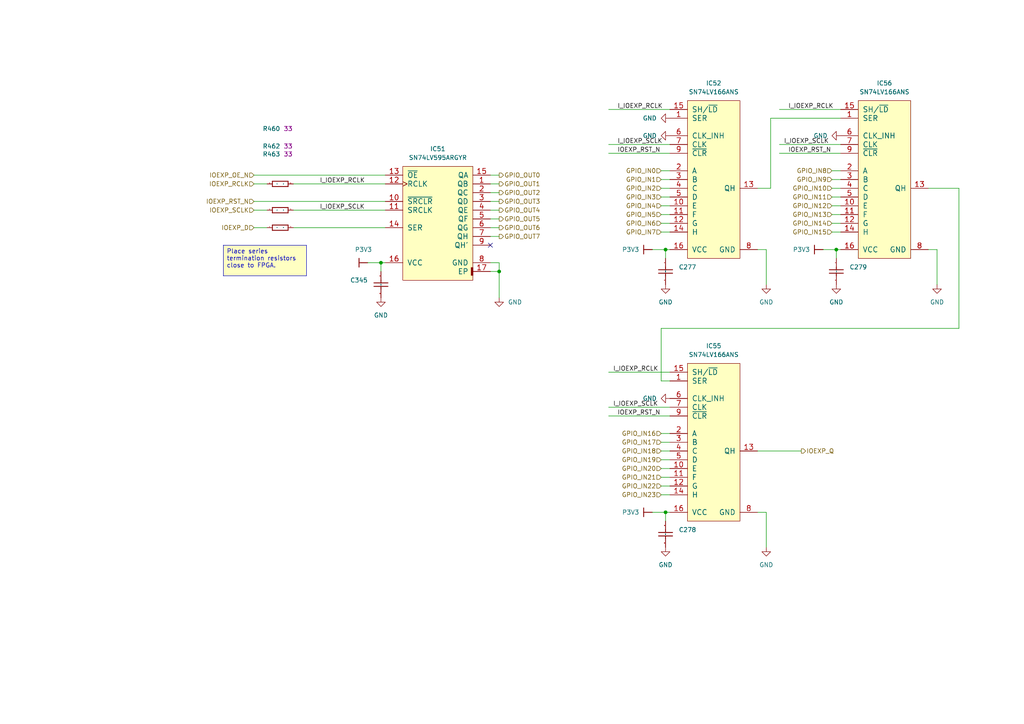
<source format=kicad_sch>
(kicad_sch (version 20250114) (generator "eeschema") (generator_version "9.0")
  (paper "A4")
  (title_block (title "\"Slow\" GPIO pins"))
  (lib_symbols
    (symbol "Capacitors SMD:CC0402_100NF_16V_10%_X7R" (pin_names (offset 1.27))
      (property "Reference" "C" (at 3.81 3.048 0))
      (property "Description" "100nF" (at 3.81 -3.048 0))
      (symbol "CC0402_100NF_16V_10%_X7R_0_1"
        (polyline (pts (xy 2.54 0) (xy 3.302 0)) (stroke (width 0.254)))
        (polyline (pts (xy 3.302 -2.032) (xy 3.302 2.032)) (stroke (width 0.254)))
        (polyline (pts (xy 4.318 2.032) (xy 4.318 -2.032)) (stroke (width 0.254)))
        (polyline (pts (xy 5.08 0) (xy 4.318 0)) (stroke (width 0.254)))
        (pin passive line (at 0 0 0) (length 2.54) (name "1") (number "1"))
        (pin passive line (at 7.62 0 180) (length 2.54) (name "2") (number "2"))
      )
    )
    (symbol "Resistors SMD:R0402_33R_1%_0.0625W_100PPM" (pin_names (offset 1.27))
      (property "Reference" "R" (at 3.81 1.778 0))
      (property "Description" "±1%" (at 3.81 0 0))
      (property "Val" "33" (at 3.81 -1.778 0))
      (symbol "R0402_33R_1%_0.0625W_100PPM_0_1"
        (polyline (pts (xy 1.524 0.762) (xy 1.524 -0.762)) (stroke (width 0.254)))
        (polyline (pts (xy 1.524 -0.762) (xy 6.096 -0.762)) (stroke (width 0.254)))
        (polyline (pts (xy 6.096 0.762) (xy 1.524 0.762)) (stroke (width 0.254)))
        (polyline (pts (xy 6.096 -0.762) (xy 6.096 0.762)) (stroke (width 0.254)))
        (pin passive line (at 0 0 0) (length 1.524) (name "1") (number "1"))
        (pin passive line (at 7.62 0 180) (length 1.524) (name "2") (number "2"))
      )
    )
    (symbol "Standard Logic:SN74LV166ANS" (pin_names (offset 1.27))
      (property "Reference" "IC" (at 7.62 1.27 0))
      (symbol "SN74LV166ANS_0_1"
        (rectangle (start 0 -45.72) (end 15.24 0) (fill (type background)))
        (pin input line (at -5.08 -2.54 0) (length 5.08) (name "SH/~{LD}") (number "15"))
        (pin input line (at -5.08 -5.08 0) (length 5.08) (name "SER") (number "1"))
        (pin input line (at -5.08 -10.16 0) (length 5.08) (name "CLK_INH") (number "6"))
        (pin input line (at -5.08 -12.7 0) (length 5.08) (name "CLK") (number "7"))
        (pin input line (at -5.08 -15.24 0) (length 5.08) (name "~{CLR}") (number "9"))
        (pin input line (at -5.08 -20.32 0) (length 5.08) (name "A") (number "2"))
        (pin input line (at -5.08 -22.86 0) (length 5.08) (name "B") (number "3"))
        (pin input line (at -5.08 -25.4 0) (length 5.08) (name "C") (number "4"))
        (pin input line (at -5.08 -27.94 0) (length 5.08) (name "D") (number "5"))
        (pin input line (at -5.08 -30.48 0) (length 5.08) (name "E") (number "10"))
        (pin input line (at -5.08 -33.02 0) (length 5.08) (name "F") (number "11"))
        (pin input line (at -5.08 -35.56 0) (length 5.08) (name "G") (number "12"))
        (pin input line (at -5.08 -38.1 0) (length 5.08) (name "H") (number "14"))
        (pin power_in line (at -5.08 -43.18 0) (length 5.08) (name "VCC") (number "16"))
        (pin output line (at 20.32 -25.4 180) (length 5.08) (name "QH") (number "13"))
        (pin power_in line (at 20.32 -43.18 180) (length 5.08) (name "GND") (number "8"))
      )
    )
    (symbol "Standard Logic:SN74LV595ARGYR" (pin_names (offset 1.27))
      (property "Reference" "IC" (at 10.16 1.27 0))
      (symbol "SN74LV595ARGYR_0_1"
        (rectangle (start 0 -33.02) (end 20.32 0) (fill (type background)))
        (rectangle (start 19.812 -31.623) (end 20.32 -29.337) (fill (type outline)))
        (pin input line (at -5.08 -2.54 0) (length 5.08) (name "~{OE}") (number "13"))
        (pin input clock (at -5.08 -5.08 0) (length 5.08) (name "RCLK") (number "12"))
        (pin input line (at -5.08 -10.16 0) (length 5.08) (name "~{SRCLR}") (number "10"))
        (pin input line (at -5.08 -12.7 0) (length 5.08) (name "SRCLK") (number "11"))
        (pin input line (at -5.08 -17.78 0) (length 5.08) (name "SER") (number "14"))
        (pin power_in line (at -5.08 -27.94 0) (length 5.08) (name "VCC") (number "16"))
        (pin tri_state line (at 25.4 -2.54 180) (length 5.08) (name "QA") (number "15"))
        (pin tri_state line (at 25.4 -5.08 180) (length 5.08) (name "QB") (number "1"))
        (pin tri_state line (at 25.4 -7.62 180) (length 5.08) (name "QC") (number "2"))
        (pin tri_state line (at 25.4 -10.16 180) (length 5.08) (name "QD") (number "3"))
        (pin tri_state line (at 25.4 -12.7 180) (length 5.08) (name "QE") (number "4"))
        (pin tri_state line (at 25.4 -15.24 180) (length 5.08) (name "QF") (number "5"))
        (pin tri_state line (at 25.4 -17.78 180) (length 5.08) (name "QG") (number "6"))
        (pin tri_state line (at 25.4 -20.32 180) (length 5.08) (name "QH") (number "7"))
        (pin output line (at 25.4 -22.86 180) (length 5.08) (name "QH'") (number "9"))
        (pin power_in line (at 25.4 -27.94 180) (length 5.08) (name "GND") (number "8"))
        (pin power_in line (at 25.4 -30.48 180) (length 5.08) (name "EP") (number "17"))
      )
    )
    (symbol "power:GND" (power) (pin_names (offset 0))
      (property "Value" "GND" (at 0 -3.81 0))
      (symbol "GND_0_1"
        (polyline (pts (xy 0 0) (xy 0 -1.27) (xy 1.27 -1.27) (xy 0 -2.54) (xy -1.27 -1.27) (xy 0 -1.27)))
      )
      (symbol "GND_1_1"
        (pin power_in line (at 0 0 270) (length 0) (hide yes) (name "GND") (number "1"))
      )
    )
    (symbol "vme-wren:P3V3" (power)
      (property "Value" "P3V3" (at 0 -3.81 0))
      (symbol "P3V3_0_0"
        (polyline (pts (xy -1.27 -2.54) (xy 1.27 -2.54)) (stroke (width 0.254)))
        (polyline (pts (xy 0 0) (xy 0 -2.54)) (stroke (width 0.254)))
        (pin power_in line (at 0 0 0) (length 0) (hide yes) (name "P3V3") (number ""))
      )
    )
  )
  (text_box "Place series termination resistors close to FPGA." (at 64.77 71.12 0) (size 24.13 8.89) (margins 0.9525 0.9525 0.9525 0.9525) (fill (type color) (color 255 255 194 1)) (effects (font (size 1.27 1.27)) (justify left top)))
  (junction (at 193.04 148.59))
  (junction (at 193.04 72.39))
  (junction (at 110.49 76.2))
  (junction (at 242.57 72.39))
  (junction (at 144.78 78.74))
  (no_connect (at 142.24 71.12))
  (wire (pts (xy 241.3 64.77) (xy 243.84 64.77)))
  (wire (pts (xy 219.71 72.39) (xy 222.25 72.39)))
  (wire (pts (xy 241.3 54.61) (xy 243.84 54.61)))
  (wire (pts (xy 85.09 60.96) (xy 111.76 60.96)))
  (wire (pts (xy 189.23 72.39) (xy 193.04 72.39)))
  (wire (pts (xy 142.24 76.2) (xy 144.78 76.2)))
  (wire (pts (xy 144.78 78.74) (xy 144.78 86.36)))
  (wire (pts (xy 241.3 52.07) (xy 243.84 52.07)))
  (wire (pts (xy 142.24 78.74) (xy 144.78 78.74)))
  (wire (pts (xy 278.13 54.61) (xy 269.24 54.61)))
  (wire (pts (xy 142.24 66.04) (xy 144.78 66.04)))
  (wire (pts (xy 142.24 68.58) (xy 144.78 68.58)))
  (wire (pts (xy 226.06 44.45) (xy 243.84 44.45)))
  (wire (pts (xy 242.57 72.39) (xy 242.57 74.93)))
  (wire (pts (xy 176.53 31.75) (xy 194.31 31.75)))
  (wire (pts (xy 176.53 120.65) (xy 194.31 120.65)))
  (wire (pts (xy 191.77 64.77) (xy 194.31 64.77)))
  (wire (pts (xy 73.66 53.34) (xy 77.47 53.34)))
  (wire (pts (xy 191.77 140.97) (xy 194.31 140.97)))
  (wire (pts (xy 193.04 148.59) (xy 193.04 151.13)))
  (wire (pts (xy 242.57 72.39) (xy 243.84 72.39)))
  (wire (pts (xy 194.31 110.49) (xy 191.77 110.49)))
  (wire (pts (xy 193.04 148.59) (xy 194.31 148.59)))
  (wire (pts (xy 222.25 148.59) (xy 222.25 158.75)))
  (wire (pts (xy 191.77 133.35) (xy 194.31 133.35)))
  (wire (pts (xy 191.77 52.07) (xy 194.31 52.07)))
  (wire (pts (xy 73.66 66.04) (xy 77.47 66.04)))
  (wire (pts (xy 142.24 60.96) (xy 144.78 60.96)))
  (wire (pts (xy 142.24 50.8) (xy 144.78 50.8)))
  (wire (pts (xy 73.66 58.42) (xy 111.76 58.42)))
  (wire (pts (xy 193.04 72.39) (xy 194.31 72.39)))
  (wire (pts (xy 191.77 128.27) (xy 194.31 128.27)))
  (wire (pts (xy 176.53 118.11) (xy 194.31 118.11)))
  (wire (pts (xy 142.24 58.42) (xy 144.78 58.42)))
  (wire (pts (xy 191.77 67.31) (xy 194.31 67.31)))
  (wire (pts (xy 278.13 95.25) (xy 278.13 54.61)))
  (wire (pts (xy 191.77 130.81) (xy 194.31 130.81)))
  (wire (pts (xy 226.06 31.75) (xy 243.84 31.75)))
  (wire (pts (xy 219.71 54.61) (xy 223.52 54.61)))
  (wire (pts (xy 110.49 76.2) (xy 111.76 76.2)))
  (wire (pts (xy 106.68 76.2) (xy 110.49 76.2)))
  (wire (pts (xy 191.77 54.61) (xy 194.31 54.61)))
  (wire (pts (xy 189.23 148.59) (xy 193.04 148.59)))
  (wire (pts (xy 219.71 130.81) (xy 232.41 130.81)))
  (wire (pts (xy 176.53 44.45) (xy 194.31 44.45)))
  (wire (pts (xy 144.78 76.2) (xy 144.78 78.74)))
  (wire (pts (xy 191.77 49.53) (xy 194.31 49.53)))
  (wire (pts (xy 191.77 59.69) (xy 194.31 59.69)))
  (wire (pts (xy 191.77 135.89) (xy 194.31 135.89)))
  (wire (pts (xy 176.53 41.91) (xy 194.31 41.91)))
  (wire (pts (xy 223.52 34.29) (xy 243.84 34.29)))
  (wire (pts (xy 271.78 72.39) (xy 271.78 82.55)))
  (wire (pts (xy 73.66 60.96) (xy 77.47 60.96)))
  (wire (pts (xy 191.77 138.43) (xy 194.31 138.43)))
  (wire (pts (xy 219.71 148.59) (xy 222.25 148.59)))
  (wire (pts (xy 241.3 59.69) (xy 243.84 59.69)))
  (wire (pts (xy 191.77 125.73) (xy 194.31 125.73)))
  (wire (pts (xy 142.24 55.88) (xy 144.78 55.88)))
  (wire (pts (xy 241.3 67.31) (xy 243.84 67.31)))
  (wire (pts (xy 241.3 49.53) (xy 243.84 49.53)))
  (wire (pts (xy 85.09 53.34) (xy 111.76 53.34)))
  (wire (pts (xy 223.52 54.61) (xy 223.52 34.29)))
  (wire (pts (xy 142.24 63.5) (xy 144.78 63.5)))
  (wire (pts (xy 193.04 72.39) (xy 193.04 74.93)))
  (wire (pts (xy 191.77 57.15) (xy 194.31 57.15)))
  (wire (pts (xy 191.77 95.25) (xy 278.13 95.25)))
  (wire (pts (xy 73.66 50.8) (xy 111.76 50.8)))
  (wire (pts (xy 222.25 72.39) (xy 222.25 82.55)))
  (wire (pts (xy 241.3 57.15) (xy 243.84 57.15)))
  (wire (pts (xy 110.49 76.2) (xy 110.49 78.74)))
  (wire (pts (xy 191.77 110.49) (xy 191.77 95.25)))
  (wire (pts (xy 142.24 53.34) (xy 144.78 53.34)))
  (wire (pts (xy 269.24 72.39) (xy 271.78 72.39)))
  (wire (pts (xy 238.76 72.39) (xy 242.57 72.39)))
  (wire (pts (xy 191.77 143.51) (xy 194.31 143.51)))
  (wire (pts (xy 191.77 62.23) (xy 194.31 62.23)))
  (wire (pts (xy 226.06 41.91) (xy 243.84 41.91)))
  (wire (pts (xy 241.3 62.23) (xy 243.84 62.23)))
  (wire (pts (xy 85.09 66.04) (xy 111.76 66.04)))
  (wire (pts (xy 176.53 107.95) (xy 194.31 107.95)))
  (label "I_IOEXP_RCLK" (at 92.71 53.34 0))
  (label "IOEXP_RST_N" (at 179.07 120.65 0))
  (label "I_IOEXP_RCLK" (at 179.07 31.75 0))
  (label "I_IOEXP_SCLK" (at 177.8 118.11 0))
  (label "I_IOEXP_RCLK" (at 228.6 31.75 0))
  (label "IOEXP_RST_N" (at 228.6 44.45 0))
  (label "I_IOEXP_SCLK" (at 179.07 41.91 0))
  (label "IOEXP_RST_N" (at 179.07 44.45 0))
  (label "I_IOEXP_SCLK" (at 92.71 60.96 0))
  (label "I_IOEXP_RCLK" (at 177.8 107.95 0))
  (label "I_IOEXP_SCLK" (at 227.33 41.91 0))
  (hierarchical_label "IOEXP_Q" (shape output) (at 232.41 130.81 0))
  (hierarchical_label "GPIO_OUT1" (shape output) (at 144.78 53.34 0))
  (hierarchical_label "GPIO_IN1" (shape input) (at 191.77 52.07 180))
  (hierarchical_label "GPIO_OUT5" (shape output) (at 144.78 63.5 0))
  (hierarchical_label "GPIO_OUT2" (shape output) (at 144.78 55.88 0))
  (hierarchical_label "IOEXP_SCLK" (shape input) (at 73.66 60.96 180))
  (hierarchical_label "GPIO_IN10" (shape input) (at 241.3 54.61 180))
  (hierarchical_label "GPIO_IN11" (shape input) (at 241.3 57.15 180))
  (hierarchical_label "IOEXP_D" (shape input) (at 73.66 66.04 180))
  (hierarchical_label "GPIO_IN13" (shape input) (at 241.3 62.23 180))
  (hierarchical_label "GPIO_IN16" (shape input) (at 191.77 125.73 180))
  (hierarchical_label "GPIO_OUT6" (shape output) (at 144.78 66.04 0))
  (hierarchical_label "GPIO_IN6" (shape input) (at 191.77 64.77 180))
  (hierarchical_label "GPIO_IN0" (shape input) (at 191.77 49.53 180))
  (hierarchical_label "GPIO_IN9" (shape input) (at 241.3 52.07 180))
  (hierarchical_label "GPIO_IN19" (shape input) (at 191.77 133.35 180))
  (hierarchical_label "GPIO_IN18" (shape input) (at 191.77 130.81 180))
  (hierarchical_label "GPIO_IN15" (shape input) (at 241.3 67.31 180))
  (hierarchical_label "GPIO_IN22" (shape input) (at 191.77 140.97 180))
  (hierarchical_label "GPIO_OUT7" (shape output) (at 144.78 68.58 0))
  (hierarchical_label "GPIO_IN3" (shape input) (at 191.77 57.15 180))
  (hierarchical_label "GPIO_IN7" (shape input) (at 191.77 67.31 180))
  (hierarchical_label "GPIO_OUT4" (shape output) (at 144.78 60.96 0))
  (hierarchical_label "GPIO_IN21" (shape input) (at 191.77 138.43 180))
  (hierarchical_label "GPIO_OUT0" (shape output) (at 144.78 50.8 0))
  (hierarchical_label "GPIO_IN4" (shape input) (at 191.77 59.69 180))
  (hierarchical_label "GPIO_IN12" (shape input) (at 241.3 59.69 180))
  (hierarchical_label "IOEXP_RCLK" (shape input) (at 73.66 53.34 180))
  (hierarchical_label "GPIO_IN2" (shape input) (at 191.77 54.61 180))
  (hierarchical_label "GPIO_IN20" (shape input) (at 191.77 135.89 180))
  (hierarchical_label "GPIO_IN8" (shape input) (at 241.3 49.53 180))
  (hierarchical_label "IOEXP_RST_N" (shape input) (at 73.66 58.42 180))
  (hierarchical_label "IOEXP_OE_N" (shape input) (at 73.66 50.8 180))
  (hierarchical_label "GPIO_OUT3" (shape output) (at 144.78 58.42 0))
  (hierarchical_label "GPIO_IN14" (shape input) (at 241.3 64.77 180))
  (hierarchical_label "GPIO_IN23" (shape input) (at 191.77 143.51 180))
  (hierarchical_label "GPIO_IN5" (shape input) (at 191.77 62.23 180))
  (hierarchical_label "GPIO_IN17" (shape input) (at 191.77 128.27 180))
  (symbol (lib_id "power:GND") (at 110.49 86.36 0) (unit 1)
    (property "Reference" "#PWR0537" (effects (hide yes)))
    (property "Value" "GND" (at 110.49 91.44 0))
    (property "Description" "GROUND power-flag symbol" (effects (hide yes)))
  )
  (symbol (lib_id "Resistors SMD:R0402_33R_1%_0.0625W_100PPM") (at 77.47 66.04 0) (unit 1)
    (property "Reference" "R463" (at 78.74 44.704 0))
    (property "Value" "R0402_33R_1%_0.0625W_100PPM" (effects (hide yes)))
    (property "Footprint" "Resistors SMD:RESC1005X40N" (effects (hide yes)))
    (property "Description" "±1%" (effects (hide yes)))
    (property "Val" "33" (at 83.566 44.704 0))
    (property "Part Number" "R0402_33R_1%_0.0625W_100PPM" (effects (hide yes)))
    (property "Library Ref" "Resistor - 1%" (effects (hide yes)))
    (property "Library Path" "SchLib\\Resistors.SchLib" (effects (hide yes)))
    (property "Comment" "33" (effects (hide yes)))
    (property "Component Kind" "Standard" (effects (hide yes)))
    (property "Component Type" "Standard" (effects (hide yes)))
    (property "PackageDescription" " " (effects (hide yes)))
    (property "Pin Count" "2" (effects (hide yes)))
    (property "Footprint Path" "PcbLib\\Resistors SMD.PcbLib" (effects (hide yes)))
    (property "Footprint Ref" "RESC1005X40N" (effects (hide yes)))
    (property "Status" "Not Recommended" (effects (hide yes)))
    (property "Power" "0.0625W" (effects (hide yes)))
    (property "Voltage" " " (effects (hide yes)))
    (property "Tolerance" "±1%" (effects (hide yes)))
    (property "Part Description" "General Purpose Thick Film Chip Resistor" (effects (hide yes)))
    (property "Manufacturer" "GENERIC" (effects (hide yes)))
    (property "Manufacturer Part Number" "R0402_33R_1%_0.0625W_100PPM" (effects (hide yes)))
    (property "Case" "0402" (effects (hide yes)))
    (property "PressFit" "No" (effects (hide yes)))
    (property "Mounted" "Yes" (effects (hide yes)))
    (property "Sense Comment" " " (effects (hide yes)))
    (property "Sense" "No" (effects (hide yes)))
    (property "Status Comment" " " (effects (hide yes)))
    (property "Socket" "No" (effects (hide yes)))
    (property "SMD" "Yes" (effects (hide yes)))
    (property "ComponentHeight" " " (effects (hide yes)))
    (property "Manufacturer1 Example" "YAGEO PHYCOMP" (effects (hide yes)))
    (property "Manufacturer1 Part Number" "232270673309L" (effects (hide yes)))
    (property "Manufacturer1 ComponentHeight" "0.4mm" (effects (hide yes)))
    (property "Author" "CERN DEM JLC" (effects (hide yes)))
    (property "CreateDate" "12/03/07 00:00:00" (effects (hide yes)))
    (property "LatestRevisionDate" "10/17/12 00:00:00" (effects (hide yes)))
    (property "Database Table Name" "Resistors" (effects (hide yes)))
    (property "Library Name" "Resistors SMD" (effects (hide yes)))
    (property "Footprint Library" "Resistors SMD" (effects (hide yes)))
    (property "License" "CC-BY-SA 4.0" (effects (hide yes)))
  )
  (symbol (lib_id "vme-wren:P3V3") (at 106.68 76.2 270) (unit 1)
    (property "Reference" "#PWR0536" (effects (hide yes)))
    (property "Value" "P3V3" (at 105.41 72.39 90))
  )
  (symbol (lib_id "Capacitors SMD:CC0402_100NF_16V_10%_X7R") (at 193.04 74.93 270) (unit 1)
    (property "Reference" "C277" (at 196.85 77.4699 90) (effects (justify left)))
    (property "Value" "CC0402_100NF_16V_10%_X7R" (effects (hide yes)))
    (property "Footprint" "Capacitors SMD:CAPC1005X55N" (effects (hide yes)))
    (property "Description" "100nF" (effects (hide yes)))
    (property "SMD" "Yes" (effects (hide yes)))
    (property "Part Number" "CC0402_100NF_16V_10%_X7R" (effects (hide yes)))
    (property "Library Ref" "Capacitor - non polarized" (effects (hide yes)))
    (property "Library Path" "SchLib\\Capacitors.SchLib" (effects (hide yes)))
    (property "Comment" "100nF" (effects (hide yes)))
    (property "Component Kind" "Standard" (effects (hide yes)))
    (property "Component Type" "Standard" (effects (hide yes)))
    (property "Pin Count" "2" (effects (hide yes)))
    (property "Footprint Path" "PcbLib\\Capacitors SMD.PcbLib" (effects (hide yes)))
    (property "Footprint Ref" "CAPC1005X55N" (effects (hide yes)))
    (property "PackageDescription" " " (effects (hide yes)))
    (property "Status" "Not Recommended" (effects (hide yes)))
    (property "Status Comment" " " (effects (hide yes)))
    (property "Voltage" "16V" (effects (hide yes)))
    (property "Tolerance" "±10%" (effects (hide yes)))
    (property "Part Description" "SMD Multilayer Chip Ceramic Capacitor" (effects (hide yes)))
    (property "Manufacturer" "GENERIC" (effects (hide yes)))
    (property "Manufacturer Part Number" "CC0402_100NF_16V_10%_X7R" (effects (hide yes)))
    (property "Case" "0402" (effects (hide yes)))
    (property "Mounted" "Yes" (effects (hide yes)))
    (property "Socket" "No" (effects (hide yes)))
    (property "PressFit" " " (effects (hide yes)))
    (property "Sense" "No" (effects (hide yes)))
    (property "Sense Comment" " " (effects (hide yes)))
    (property "ComponentHeight" " " (effects (hide yes)))
    (property "Manufacturer1 Example" "MURATA" (effects (hide yes)))
    (property "Manufacturer1 Part Number" "GRM155R71C104KA88D" (effects (hide yes)))
    (property "Manufacturer1 ComponentHeight" "0.55mm" (effects (hide yes)))
    (property "Author" "CERN DEM JLC" (effects (hide yes)))
    (property "CreateDate" "12/05/13 00:00:00" (effects (hide yes)))
    (property "LatestRevisionDate" "12/03/07 00:00:00" (effects (hide yes)))
    (property "Database Table Name" "Capacitors" (effects (hide yes)))
    (property "Library Name" "Capacitors SMD" (effects (hide yes)))
    (property "Footprint Library" "Capacitors SMD" (effects (hide yes)))
    (property "License" "CC-BY-SA 4.0" (effects (hide yes)))
  )
  (symbol (lib_id "Resistors SMD:R0402_33R_1%_0.0625W_100PPM") (at 77.47 60.96 0) (unit 1)
    (property "Reference" "R462" (at 78.74 42.418 0))
    (property "Value" "R0402_33R_1%_0.0625W_100PPM" (effects (hide yes)))
    (property "Footprint" "Resistors SMD:RESC1005X40N" (effects (hide yes)))
    (property "Description" "±1%" (effects (hide yes)))
    (property "Val" "33" (at 83.566 42.418 0))
    (property "Part Number" "R0402_33R_1%_0.0625W_100PPM" (effects (hide yes)))
    (property "Library Ref" "Resistor - 1%" (effects (hide yes)))
    (property "Library Path" "SchLib\\Resistors.SchLib" (effects (hide yes)))
    (property "Comment" "33" (effects (hide yes)))
    (property "Component Kind" "Standard" (effects (hide yes)))
    (property "Component Type" "Standard" (effects (hide yes)))
    (property "PackageDescription" " " (effects (hide yes)))
    (property "Pin Count" "2" (effects (hide yes)))
    (property "Footprint Path" "PcbLib\\Resistors SMD.PcbLib" (effects (hide yes)))
    (property "Footprint Ref" "RESC1005X40N" (effects (hide yes)))
    (property "Status" "Not Recommended" (effects (hide yes)))
    (property "Power" "0.0625W" (effects (hide yes)))
    (property "Voltage" " " (effects (hide yes)))
    (property "Tolerance" "±1%" (effects (hide yes)))
    (property "Part Description" "General Purpose Thick Film Chip Resistor" (effects (hide yes)))
    (property "Manufacturer" "GENERIC" (effects (hide yes)))
    (property "Manufacturer Part Number" "R0402_33R_1%_0.0625W_100PPM" (effects (hide yes)))
    (property "Case" "0402" (effects (hide yes)))
    (property "PressFit" "No" (effects (hide yes)))
    (property "Mounted" "Yes" (effects (hide yes)))
    (property "Sense Comment" " " (effects (hide yes)))
    (property "Sense" "No" (effects (hide yes)))
    (property "Status Comment" " " (effects (hide yes)))
    (property "Socket" "No" (effects (hide yes)))
    (property "SMD" "Yes" (effects (hide yes)))
    (property "ComponentHeight" " " (effects (hide yes)))
    (property "Manufacturer1 Example" "YAGEO PHYCOMP" (effects (hide yes)))
    (property "Manufacturer1 Part Number" "232270673309L" (effects (hide yes)))
    (property "Manufacturer1 ComponentHeight" "0.4mm" (effects (hide yes)))
    (property "Author" "CERN DEM JLC" (effects (hide yes)))
    (property "CreateDate" "12/03/07 00:00:00" (effects (hide yes)))
    (property "LatestRevisionDate" "10/17/12 00:00:00" (effects (hide yes)))
    (property "Database Table Name" "Resistors" (effects (hide yes)))
    (property "Library Name" "Resistors SMD" (effects (hide yes)))
    (property "Footprint Library" "Resistors SMD" (effects (hide yes)))
    (property "License" "CC-BY-SA 4.0" (effects (hide yes)))
  )
  (symbol (lib_id "power:GND") (at 144.78 86.36 0) (unit 1)
    (property "Reference" "#PWR0538" (effects (hide yes)))
    (property "Value" "GND" (at 147.32 87.6299 0) (effects (justify left)))
    (property "Description" "GROUND power-flag symbol" (effects (hide yes)))
  )
  (symbol (lib_id "power:GND") (at 193.04 158.75 0) (unit 1)
    (property "Reference" "#PWR01036" (effects (hide yes)))
    (property "Value" "GND" (at 193.04 163.83 0))
    (property "Description" "GROUND power-flag symbol" (effects (hide yes)))
  )
  (symbol (lib_id "power:GND") (at 222.25 158.75 0) (unit 1)
    (property "Reference" "#PWR01041" (effects (hide yes)))
    (property "Value" "GND" (at 222.25 163.83 0))
    (property "Description" "GROUND power-flag symbol" (effects (hide yes)))
  )
  (symbol (lib_id "vme-wren:P3V3") (at 189.23 148.59 270) (unit 1)
    (property "Reference" "#PWR01035" (effects (hide yes)))
    (property "Value" "P3V3" (at 185.42 148.5899 90) (effects (justify right)))
  )
  (symbol (lib_id "power:GND") (at 243.84 39.37 270) (unit 1)
    (property "Reference" "#PWR01126" (effects (hide yes)))
    (property "Value" "GND" (at 240.03 39.3699 90) (effects (justify right)))
    (property "Description" "GROUND power-flag symbol" (effects (hide yes)))
  )
  (symbol (lib_id "Capacitors SMD:CC0402_100NF_16V_10%_X7R") (at 193.04 151.13 270) (unit 1)
    (property "Reference" "C278" (at 196.85 153.6699 90) (effects (justify left)))
    (property "Value" "CC0402_100NF_16V_10%_X7R" (effects (hide yes)))
    (property "Footprint" "Capacitors SMD:CAPC1005X55N" (effects (hide yes)))
    (property "Description" "100nF" (effects (hide yes)))
    (property "SMD" "Yes" (effects (hide yes)))
    (property "Part Number" "CC0402_100NF_16V_10%_X7R" (effects (hide yes)))
    (property "Library Ref" "Capacitor - non polarized" (effects (hide yes)))
    (property "Library Path" "SchLib\\Capacitors.SchLib" (effects (hide yes)))
    (property "Comment" "100nF" (effects (hide yes)))
    (property "Component Kind" "Standard" (effects (hide yes)))
    (property "Component Type" "Standard" (effects (hide yes)))
    (property "Pin Count" "2" (effects (hide yes)))
    (property "Footprint Path" "PcbLib\\Capacitors SMD.PcbLib" (effects (hide yes)))
    (property "Footprint Ref" "CAPC1005X55N" (effects (hide yes)))
    (property "PackageDescription" " " (effects (hide yes)))
    (property "Status" "Not Recommended" (effects (hide yes)))
    (property "Status Comment" " " (effects (hide yes)))
    (property "Voltage" "16V" (effects (hide yes)))
    (property "Tolerance" "±10%" (effects (hide yes)))
    (property "Part Description" "SMD Multilayer Chip Ceramic Capacitor" (effects (hide yes)))
    (property "Manufacturer" "GENERIC" (effects (hide yes)))
    (property "Manufacturer Part Number" "CC0402_100NF_16V_10%_X7R" (effects (hide yes)))
    (property "Case" "0402" (effects (hide yes)))
    (property "Mounted" "Yes" (effects (hide yes)))
    (property "Socket" "No" (effects (hide yes)))
    (property "PressFit" " " (effects (hide yes)))
    (property "Sense" "No" (effects (hide yes)))
    (property "Sense Comment" " " (effects (hide yes)))
    (property "ComponentHeight" " " (effects (hide yes)))
    (property "Manufacturer1 Example" "MURATA" (effects (hide yes)))
    (property "Manufacturer1 Part Number" "GRM155R71C104KA88D" (effects (hide yes)))
    (property "Manufacturer1 ComponentHeight" "0.55mm" (effects (hide yes)))
    (property "Author" "CERN DEM JLC" (effects (hide yes)))
    (property "CreateDate" "12/05/13 00:00:00" (effects (hide yes)))
    (property "LatestRevisionDate" "12/03/07 00:00:00" (effects (hide yes)))
    (property "Database Table Name" "Capacitors" (effects (hide yes)))
    (property "Library Name" "Capacitors SMD" (effects (hide yes)))
    (property "Footprint Library" "Capacitors SMD" (effects (hide yes)))
    (property "License" "CC-BY-SA 4.0" (effects (hide yes)))
  )
  (symbol (lib_id "Standard Logic:SN74LV595ARGYR") (at 116.84 48.26 0) (unit 1)
    (property "Reference" "IC51" (at 127 43.18 0))
    (property "Value" "SN74LV595ARGYR" (at 127 45.72 0))
    (property "Footprint" "ICs And Semiconductors SMD:TEXAS_RGY (R-PVQFN-N16)" (effects (hide yes)))
    (property "Description" "SN74LV595ARGYR" (effects (hide yes)))
    (property "Library Ref" "74595_a" (effects (hide yes)))
    (property "Library Path" "SchLib\\Standard Logic.SchLib" (effects (hide yes)))
    (property "Comment" "SN74LV595ARGY" (effects (hide yes)))
    (property "Component Kind" "Standard" (effects (hide yes)))
    (property "Component Type" "Standard" (effects (hide yes)))
    (property "Device" "SN74LV595ARGY" (effects (hide yes)))
    (property "PackageDescription" "TEXAS Case Style RGY (R-PVQFN-N16), QFN, 0.50mm Pitch, Rect.; 16 Pin, 4.00mm L X 3.50mm W X 1mm H body (w/Thermal Tab 2.65 X 2.15mm)" (effects (hide yes)))
    (property "Status" " " (effects (hide yes)))
    (property "Part Description" "8-Bit Shift Register with 3-State Output Registers" (effects (hide yes)))
    (property "Manufacturer" "TEXAS INSTRUMENTS" (effects (hide yes)))
    (property "Manufacturer Part Number" "SN74LV595ARGY" (effects (hide yes)))
    (property "Pin Count" "17" (effects (hide yes)))
    (property "Case" "QFN16" (effects (hide yes)))
    (property "Mounted" "Yes" (effects (hide yes)))
    (property "Socket" "No" (effects (hide yes)))
    (property "SMD" "Yes" (effects (hide yes)))
    (property "PressFit" "No" (effects (hide yes)))
    (property "Sense" "No" (effects (hide yes)))
    (property "Sense Comment" " " (effects (hide yes)))
    (property "Bonding" "No" (effects (hide yes)))
    (property "Status Comment" " " (effects (hide yes)))
    (property "ComponentHeight" "1mm" (effects (hide yes)))
    (property "Footprint Path" "PcbLib\\ICs And Semiconductors SMD.PcbLib" (effects (hide yes)))
    (property "Footprint Ref" "TEXAS_RGY (R-PVQFN-N16)" (effects (hide yes)))
    (property "Author" "CERN DEM MR" (effects (hide yes)))
    (property "ComponentLink1URL" " " (effects (hide yes)))
    (property "ComponentLink1Description" " " (effects (hide yes)))
    (property "ComponentLink2URL" " " (effects (hide yes)))
    (property "ComponentLink2Description" " " (effects (hide yes)))
    (property "CreateDate" "10/10/17 00:00:00" (effects (hide yes)))
    (property "LatestRevisionDate" "10/10/17 00:00:00" (effects (hide yes)))
    (property "SCEM" " " (effects (hide yes)))
    (property "Database Table Name" "ICs And Semiconductors" (effects (hide yes)))
    (property "Library Name" "Standard Logic" (effects (hide yes)))
    (property "Footprint Library" "ICs And Semiconductors SMD" (effects (hide yes)))
    (property "License" "CC-BY-SA 4.0" (effects (hide yes)))
  )
  (symbol (lib_id "power:GND") (at 194.31 39.37 270) (unit 1)
    (property "Reference" "#PWR01125" (effects (hide yes)))
    (property "Value" "GND" (at 190.5 39.3699 90) (effects (justify right)))
    (property "Description" "GROUND power-flag symbol" (effects (hide yes)))
  )
  (symbol (lib_id "power:GND") (at 194.31 115.57 270) (unit 1)
    (property "Reference" "#PWR01127" (effects (hide yes)))
    (property "Value" "GND" (at 190.5 115.5699 90) (effects (justify right)))
    (property "Description" "GROUND power-flag symbol" (effects (hide yes)))
  )
  (symbol (lib_id "power:GND") (at 193.04 82.55 0) (unit 1)
    (property "Reference" "#PWR01034" (effects (hide yes)))
    (property "Value" "GND" (at 193.04 87.63 0))
    (property "Description" "GROUND power-flag symbol" (effects (hide yes)))
  )
  (symbol (lib_id "Resistors SMD:R0402_33R_1%_0.0625W_100PPM") (at 77.47 53.34 0) (unit 1)
    (property "Reference" "R460" (at 78.74 37.338 0))
    (property "Value" "R0402_33R_1%_0.0625W_100PPM" (effects (hide yes)))
    (property "Footprint" "Resistors SMD:RESC1005X40N" (effects (hide yes)))
    (property "Description" "±1%" (effects (hide yes)))
    (property "Val" "33" (at 83.566 37.338 0))
    (property "Part Number" "R0402_33R_1%_0.0625W_100PPM" (effects (hide yes)))
    (property "Library Ref" "Resistor - 1%" (effects (hide yes)))
    (property "Library Path" "SchLib\\Resistors.SchLib" (effects (hide yes)))
    (property "Comment" "33" (effects (hide yes)))
    (property "Component Kind" "Standard" (effects (hide yes)))
    (property "Component Type" "Standard" (effects (hide yes)))
    (property "PackageDescription" " " (effects (hide yes)))
    (property "Pin Count" "2" (effects (hide yes)))
    (property "Footprint Path" "PcbLib\\Resistors SMD.PcbLib" (effects (hide yes)))
    (property "Footprint Ref" "RESC1005X40N" (effects (hide yes)))
    (property "Status" "Not Recommended" (effects (hide yes)))
    (property "Power" "0.0625W" (effects (hide yes)))
    (property "Voltage" " " (effects (hide yes)))
    (property "Tolerance" "±1%" (effects (hide yes)))
    (property "Part Description" "General Purpose Thick Film Chip Resistor" (effects (hide yes)))
    (property "Manufacturer" "GENERIC" (effects (hide yes)))
    (property "Manufacturer Part Number" "R0402_33R_1%_0.0625W_100PPM" (effects (hide yes)))
    (property "Case" "0402" (effects (hide yes)))
    (property "PressFit" "No" (effects (hide yes)))
    (property "Mounted" "Yes" (effects (hide yes)))
    (property "Sense Comment" " " (effects (hide yes)))
    (property "Sense" "No" (effects (hide yes)))
    (property "Status Comment" " " (effects (hide yes)))
    (property "Socket" "No" (effects (hide yes)))
    (property "SMD" "Yes" (effects (hide yes)))
    (property "ComponentHeight" " " (effects (hide yes)))
    (property "Manufacturer1 Example" "YAGEO PHYCOMP" (effects (hide yes)))
    (property "Manufacturer1 Part Number" "232270673309L" (effects (hide yes)))
    (property "Manufacturer1 ComponentHeight" "0.4mm" (effects (hide yes)))
    (property "Author" "CERN DEM JLC" (effects (hide yes)))
    (property "CreateDate" "12/03/07 00:00:00" (effects (hide yes)))
    (property "LatestRevisionDate" "10/17/12 00:00:00" (effects (hide yes)))
    (property "Database Table Name" "Resistors" (effects (hide yes)))
    (property "Library Name" "Resistors SMD" (effects (hide yes)))
    (property "Footprint Library" "Resistors SMD" (effects (hide yes)))
    (property "License" "CC-BY-SA 4.0" (effects (hide yes)))
  )
  (symbol (lib_id "power:GND") (at 271.78 82.55 0) (unit 1)
    (property "Reference" "#PWR01040" (effects (hide yes)))
    (property "Value" "GND" (at 271.78 87.63 0))
    (property "Description" "GROUND power-flag symbol" (effects (hide yes)))
  )
  (symbol (lib_id "power:GND") (at 222.25 82.55 0) (unit 1)
    (property "Reference" "#PWR01039" (effects (hide yes)))
    (property "Value" "GND" (at 222.25 87.63 0))
    (property "Description" "GROUND power-flag symbol" (effects (hide yes)))
  )
  (symbol (lib_id "vme-wren:P3V3") (at 189.23 72.39 270) (unit 1)
    (property "Reference" "#PWR0564" (effects (hide yes)))
    (property "Value" "P3V3" (at 185.42 72.3899 90) (effects (justify right)))
  )
  (symbol (lib_id "vme-wren:P3V3") (at 238.76 72.39 270) (unit 1)
    (property "Reference" "#PWR01037" (effects (hide yes)))
    (property "Value" "P3V3" (at 234.95 72.3899 90) (effects (justify right)))
  )
  (symbol (lib_id "power:GND") (at 242.57 82.55 0) (unit 1)
    (property "Reference" "#PWR01038" (effects (hide yes)))
    (property "Value" "GND" (at 242.57 87.63 0))
    (property "Description" "GROUND power-flag symbol" (effects (hide yes)))
  )
  (symbol (lib_id "Standard Logic:SN74LV166ANS") (at 199.39 29.21 0) (unit 1)
    (property "Reference" "IC52" (at 207.01 24.13 0))
    (property "Value" "SN74LV166ANS" (at 207.01 26.67 0))
    (property "Footprint" "ICs And Semiconductors SMD:SOIC127P780X200-16N" (effects (hide yes)))
    (property "Description" "SN74LV166ANS" (effects (hide yes)))
    (property "Library Ref" "74166" (effects (hide yes)))
    (property "Library Path" "SchLib\\Standard Logic.SchLib" (effects (hide yes)))
    (property "Comment" "SN74LV166ANS" (effects (hide yes)))
    (property "Component Kind" "Standard" (effects (hide yes)))
    (property "Component Type" "Standard" (effects (hide yes)))
    (property "Device" "SN74LV166ANS" (effects (hide yes)))
    (property "PackageDescription" "SOIC, 1.27mm Pitch; 16 Pin, 5.30mm W X 10.2mm L X 2.00mm H body, IPC Medium Density" (effects (hide yes)))
    (property "Status" " " (effects (hide yes)))
    (property "Part Description" "8-Bit Parallel-Load  Shift Register" (effects (hide yes)))
    (property "Manufacturer" "TEXAS INSTRUMENTS" (effects (hide yes)))
    (property "Manufacturer Part Number" "SN74LV166ANS" (effects (hide yes)))
    (property "Pin Count" "16" (effects (hide yes)))
    (property "Case" "SOIC16" (effects (hide yes)))
    (property "Mounted" "Yes" (effects (hide yes)))
    (property "Socket" "No" (effects (hide yes)))
    (property "SMD" "Yes" (effects (hide yes)))
    (property "PressFit" "No" (effects (hide yes)))
    (property "Sense" "No" (effects (hide yes)))
    (property "Sense Comment" " " (effects (hide yes)))
    (property "Bonding" "No" (effects (hide yes)))
    (property "Status Comment" " " (effects (hide yes)))
    (property "ComponentHeight" "2mm" (effects (hide yes)))
    (property "Footprint Path" "PcbLib\\ICs And Semiconductors SMD.PcbLib" (effects (hide yes)))
    (property "Footprint Ref" "SOIC127P780X200-16N" (effects (hide yes)))
    (property "Author" "CERN DEM BC" (effects (hide yes)))
    (property "ComponentLink1URL" " " (effects (hide yes)))
    (property "ComponentLink1Description" " " (effects (hide yes)))
    (property "ComponentLink2URL" " " (effects (hide yes)))
    (property "ComponentLink2Description" " " (effects (hide yes)))
    (property "CreateDate" "04/29/20 00:00:00" (effects (hide yes)))
    (property "LatestRevisionDate" "04/29/20 00:00:00" (effects (hide yes)))
    (property "SCEM" " " (effects (hide yes)))
    (property "Database Table Name" "ICs And Semiconductors" (effects (hide yes)))
    (property "Library Name" "Standard Logic" (effects (hide yes)))
    (property "Footprint Library" "ICs And Semiconductors SMD" (effects (hide yes)))
    (property "License" "CC-BY-SA 4.0" (effects (hide yes)))
  )
  (symbol (lib_id "Capacitors SMD:CC0402_100NF_16V_10%_X7R") (at 242.57 74.93 270) (unit 1)
    (property "Reference" "C279" (at 246.38 77.4699 90) (effects (justify left)))
    (property "Value" "CC0402_100NF_16V_10%_X7R" (effects (hide yes)))
    (property "Footprint" "Capacitors SMD:CAPC1005X55N" (effects (hide yes)))
    (property "Description" "100nF" (effects (hide yes)))
    (property "SMD" "Yes" (effects (hide yes)))
    (property "Part Number" "CC0402_100NF_16V_10%_X7R" (effects (hide yes)))
    (property "Library Ref" "Capacitor - non polarized" (effects (hide yes)))
    (property "Library Path" "SchLib\\Capacitors.SchLib" (effects (hide yes)))
    (property "Comment" "100nF" (effects (hide yes)))
    (property "Component Kind" "Standard" (effects (hide yes)))
    (property "Component Type" "Standard" (effects (hide yes)))
    (property "Pin Count" "2" (effects (hide yes)))
    (property "Footprint Path" "PcbLib\\Capacitors SMD.PcbLib" (effects (hide yes)))
    (property "Footprint Ref" "CAPC1005X55N" (effects (hide yes)))
    (property "PackageDescription" " " (effects (hide yes)))
    (property "Status" "Not Recommended" (effects (hide yes)))
    (property "Status Comment" " " (effects (hide yes)))
    (property "Voltage" "16V" (effects (hide yes)))
    (property "Tolerance" "±10%" (effects (hide yes)))
    (property "Part Description" "SMD Multilayer Chip Ceramic Capacitor" (effects (hide yes)))
    (property "Manufacturer" "GENERIC" (effects (hide yes)))
    (property "Manufacturer Part Number" "CC0402_100NF_16V_10%_X7R" (effects (hide yes)))
    (property "Case" "0402" (effects (hide yes)))
    (property "Mounted" "Yes" (effects (hide yes)))
    (property "Socket" "No" (effects (hide yes)))
    (property "PressFit" " " (effects (hide yes)))
    (property "Sense" "No" (effects (hide yes)))
    (property "Sense Comment" " " (effects (hide yes)))
    (property "ComponentHeight" " " (effects (hide yes)))
    (property "Manufacturer1 Example" "MURATA" (effects (hide yes)))
    (property "Manufacturer1 Part Number" "GRM155R71C104KA88D" (effects (hide yes)))
    (property "Manufacturer1 ComponentHeight" "0.55mm" (effects (hide yes)))
    (property "Author" "CERN DEM JLC" (effects (hide yes)))
    (property "CreateDate" "12/05/13 00:00:00" (effects (hide yes)))
    (property "LatestRevisionDate" "12/03/07 00:00:00" (effects (hide yes)))
    (property "Database Table Name" "Capacitors" (effects (hide yes)))
    (property "Library Name" "Capacitors SMD" (effects (hide yes)))
    (property "Footprint Library" "Capacitors SMD" (effects (hide yes)))
    (property "License" "CC-BY-SA 4.0" (effects (hide yes)))
  )
  (symbol (lib_id "Standard Logic:SN74LV166ANS") (at 248.92 29.21 0) (unit 1)
    (property "Reference" "IC56" (at 256.54 24.13 0))
    (property "Value" "SN74LV166ANS" (at 256.54 26.67 0))
    (property "Footprint" "ICs And Semiconductors SMD:SOIC127P780X200-16N" (effects (hide yes)))
    (property "Description" "SN74LV166ANS" (effects (hide yes)))
    (property "Library Ref" "74166" (effects (hide yes)))
    (property "Library Path" "SchLib\\Standard Logic.SchLib" (effects (hide yes)))
    (property "Comment" "SN74LV166ANS" (effects (hide yes)))
    (property "Component Kind" "Standard" (effects (hide yes)))
    (property "Component Type" "Standard" (effects (hide yes)))
    (property "Device" "SN74LV166ANS" (effects (hide yes)))
    (property "PackageDescription" "SOIC, 1.27mm Pitch; 16 Pin, 5.30mm W X 10.2mm L X 2.00mm H body, IPC Medium Density" (effects (hide yes)))
    (property "Status" " " (effects (hide yes)))
    (property "Part Description" "8-Bit Parallel-Load  Shift Register" (effects (hide yes)))
    (property "Manufacturer" "TEXAS INSTRUMENTS" (effects (hide yes)))
    (property "Manufacturer Part Number" "SN74LV166ANS" (effects (hide yes)))
    (property "Pin Count" "16" (effects (hide yes)))
    (property "Case" "SOIC16" (effects (hide yes)))
    (property "Mounted" "Yes" (effects (hide yes)))
    (property "Socket" "No" (effects (hide yes)))
    (property "SMD" "Yes" (effects (hide yes)))
    (property "PressFit" "No" (effects (hide yes)))
    (property "Sense" "No" (effects (hide yes)))
    (property "Sense Comment" " " (effects (hide yes)))
    (property "Bonding" "No" (effects (hide yes)))
    (property "Status Comment" " " (effects (hide yes)))
    (property "ComponentHeight" "2mm" (effects (hide yes)))
    (property "Footprint Path" "PcbLib\\ICs And Semiconductors SMD.PcbLib" (effects (hide yes)))
    (property "Footprint Ref" "SOIC127P780X200-16N" (effects (hide yes)))
    (property "Author" "CERN DEM BC" (effects (hide yes)))
    (property "ComponentLink1URL" " " (effects (hide yes)))
    (property "ComponentLink1Description" " " (effects (hide yes)))
    (property "ComponentLink2URL" " " (effects (hide yes)))
    (property "ComponentLink2Description" " " (effects (hide yes)))
    (property "CreateDate" "04/29/20 00:00:00" (effects (hide yes)))
    (property "LatestRevisionDate" "04/29/20 00:00:00" (effects (hide yes)))
    (property "SCEM" " " (effects (hide yes)))
    (property "Database Table Name" "ICs And Semiconductors" (effects (hide yes)))
    (property "Library Name" "Standard Logic" (effects (hide yes)))
    (property "Footprint Library" "ICs And Semiconductors SMD" (effects (hide yes)))
    (property "License" "CC-BY-SA 4.0" (effects (hide yes)))
  )
  (symbol (lib_id "Capacitors SMD:CC0402_100NF_16V_10%_X7R") (at 110.49 78.74 270) (unit 1)
    (property "Reference" "C345" (at 106.68 81.2799 90) (effects (justify right)))
    (property "Value" "CC0402_100NF_16V_10%_X7R" (effects (hide yes)))
    (property "Footprint" "Capacitors SMD:CAPC1005X55N" (effects (hide yes)))
    (property "Description" "100nF" (effects (hide yes)))
    (property "SMD" "Yes" (effects (hide yes)))
    (property "Part Number" "CC0402_100NF_16V_10%_X7R" (effects (hide yes)))
    (property "Library Ref" "Capacitor - non polarized" (effects (hide yes)))
    (property "Library Path" "SchLib\\Capacitors.SchLib" (effects (hide yes)))
    (property "Comment" "100nF" (effects (hide yes)))
    (property "Component Kind" "Standard" (effects (hide yes)))
    (property "Component Type" "Standard" (effects (hide yes)))
    (property "Pin Count" "2" (effects (hide yes)))
    (property "Footprint Path" "PcbLib\\Capacitors SMD.PcbLib" (effects (hide yes)))
    (property "Footprint Ref" "CAPC1005X55N" (effects (hide yes)))
    (property "PackageDescription" " " (effects (hide yes)))
    (property "Status" "Not Recommended" (effects (hide yes)))
    (property "Status Comment" " " (effects (hide yes)))
    (property "Voltage" "16V" (effects (hide yes)))
    (property "Tolerance" "±10%" (effects (hide yes)))
    (property "Part Description" "SMD Multilayer Chip Ceramic Capacitor" (effects (hide yes)))
    (property "Manufacturer" "GENERIC" (effects (hide yes)))
    (property "Manufacturer Part Number" "CC0402_100NF_16V_10%_X7R" (effects (hide yes)))
    (property "Case" "0402" (effects (hide yes)))
    (property "Mounted" "Yes" (effects (hide yes)))
    (property "Socket" "No" (effects (hide yes)))
    (property "PressFit" " " (effects (hide yes)))
    (property "Sense" "No" (effects (hide yes)))
    (property "Sense Comment" " " (effects (hide yes)))
    (property "ComponentHeight" " " (effects (hide yes)))
    (property "Manufacturer1 Example" "MURATA" (effects (hide yes)))
    (property "Manufacturer1 Part Number" "GRM155R71C104KA88D" (effects (hide yes)))
    (property "Manufacturer1 ComponentHeight" "0.55mm" (effects (hide yes)))
    (property "Author" "CERN DEM JLC" (effects (hide yes)))
    (property "CreateDate" "12/05/13 00:00:00" (effects (hide yes)))
    (property "LatestRevisionDate" "12/03/07 00:00:00" (effects (hide yes)))
    (property "Database Table Name" "Capacitors" (effects (hide yes)))
    (property "Library Name" "Capacitors SMD" (effects (hide yes)))
    (property "Footprint Library" "Capacitors SMD" (effects (hide yes)))
    (property "License" "CC-BY-SA 4.0" (effects (hide yes)))
  )
  (symbol (lib_id "power:GND") (at 194.31 34.29 270) (unit 1)
    (property "Reference" "#PWR01042" (effects (hide yes)))
    (property "Value" "GND" (at 190.5 34.2899 90) (effects (justify right)))
    (property "Description" "GROUND power-flag symbol" (effects (hide yes)))
  )
  (symbol (lib_id "Standard Logic:SN74LV166ANS") (at 199.39 105.41 0) (unit 1)
    (property "Reference" "IC55" (at 207.01 100.33 0))
    (property "Value" "SN74LV166ANS" (at 207.01 102.87 0))
    (property "Footprint" "ICs And Semiconductors SMD:SOIC127P780X200-16N" (effects (hide yes)))
    (property "Description" "SN74LV166ANS" (effects (hide yes)))
    (property "Library Ref" "74166" (effects (hide yes)))
    (property "Library Path" "SchLib\\Standard Logic.SchLib" (effects (hide yes)))
    (property "Comment" "SN74LV166ANS" (effects (hide yes)))
    (property "Component Kind" "Standard" (effects (hide yes)))
    (property "Component Type" "Standard" (effects (hide yes)))
    (property "Device" "SN74LV166ANS" (effects (hide yes)))
    (property "PackageDescription" "SOIC, 1.27mm Pitch; 16 Pin, 5.30mm W X 10.2mm L X 2.00mm H body, IPC Medium Density" (effects (hide yes)))
    (property "Status" " " (effects (hide yes)))
    (property "Part Description" "8-Bit Parallel-Load  Shift Register" (effects (hide yes)))
    (property "Manufacturer" "TEXAS INSTRUMENTS" (effects (hide yes)))
    (property "Manufacturer Part Number" "SN74LV166ANS" (effects (hide yes)))
    (property "Pin Count" "16" (effects (hide yes)))
    (property "Case" "SOIC16" (effects (hide yes)))
    (property "Mounted" "Yes" (effects (hide yes)))
    (property "Socket" "No" (effects (hide yes)))
    (property "SMD" "Yes" (effects (hide yes)))
    (property "PressFit" "No" (effects (hide yes)))
    (property "Sense" "No" (effects (hide yes)))
    (property "Sense Comment" " " (effects (hide yes)))
    (property "Bonding" "No" (effects (hide yes)))
    (property "Status Comment" " " (effects (hide yes)))
    (property "ComponentHeight" "2mm" (effects (hide yes)))
    (property "Footprint Path" "PcbLib\\ICs And Semiconductors SMD.PcbLib" (effects (hide yes)))
    (property "Footprint Ref" "SOIC127P780X200-16N" (effects (hide yes)))
    (property "Author" "CERN DEM BC" (effects (hide yes)))
    (property "ComponentLink1URL" " " (effects (hide yes)))
    (property "ComponentLink1Description" " " (effects (hide yes)))
    (property "ComponentLink2URL" " " (effects (hide yes)))
    (property "ComponentLink2Description" " " (effects (hide yes)))
    (property "CreateDate" "04/29/20 00:00:00" (effects (hide yes)))
    (property "LatestRevisionDate" "04/29/20 00:00:00" (effects (hide yes)))
    (property "SCEM" " " (effects (hide yes)))
    (property "Database Table Name" "ICs And Semiconductors" (effects (hide yes)))
    (property "Library Name" "Standard Logic" (effects (hide yes)))
    (property "Footprint Library" "ICs And Semiconductors SMD" (effects (hide yes)))
    (property "License" "CC-BY-SA 4.0" (effects (hide yes)))
  )
)
</source>
